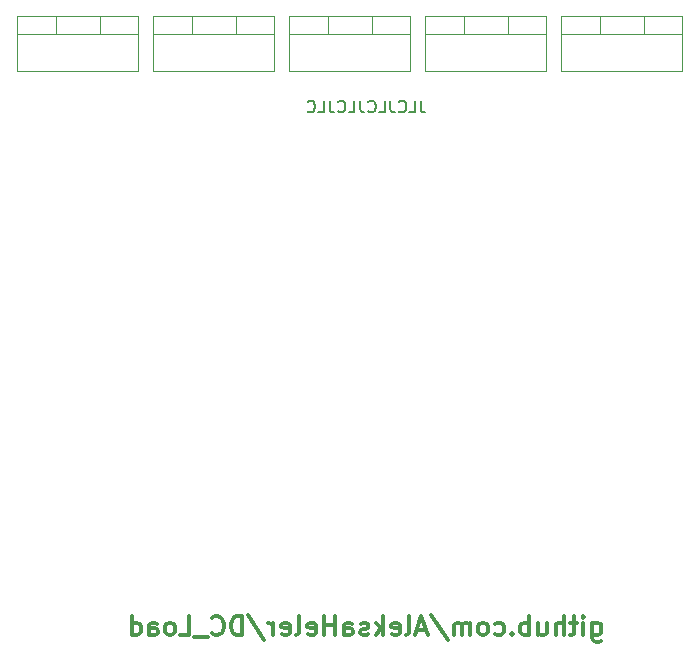
<source format=gbr>
%TF.GenerationSoftware,KiCad,Pcbnew,9.0.1*%
%TF.CreationDate,2025-04-25T18:02:47+02:00*%
%TF.ProjectId,CC_Load,43435f4c-6f61-4642-9e6b-696361645f70,rev?*%
%TF.SameCoordinates,Original*%
%TF.FileFunction,Legend,Bot*%
%TF.FilePolarity,Positive*%
%FSLAX46Y46*%
G04 Gerber Fmt 4.6, Leading zero omitted, Abs format (unit mm)*
G04 Created by KiCad (PCBNEW 9.0.1) date 2025-04-25 18:02:47*
%MOMM*%
%LPD*%
G01*
G04 APERTURE LIST*
%ADD10C,0.300000*%
%ADD11C,0.150000*%
%ADD12C,0.120000*%
%ADD13R,2.000000X1.905000*%
%ADD14O,2.000000X1.905000*%
%ADD15R,1.500000X1.500000*%
%ADD16C,6.400000*%
%ADD17R,1.700000X1.700000*%
%ADD18C,1.700000*%
%ADD19C,0.650000*%
%ADD20O,2.100000X1.000000*%
%ADD21O,1.800000X1.000000*%
%ADD22C,2.400000*%
%ADD23O,2.400000X2.400000*%
%ADD24C,2.000000*%
%ADD25R,1.905000X2.000000*%
%ADD26O,1.905000X2.000000*%
G04 APERTURE END LIST*
D10*
X154161904Y-111657923D02*
X154161904Y-112953161D01*
X154161904Y-112953161D02*
X154238094Y-113105542D01*
X154238094Y-113105542D02*
X154314285Y-113181733D01*
X154314285Y-113181733D02*
X154466666Y-113257923D01*
X154466666Y-113257923D02*
X154695237Y-113257923D01*
X154695237Y-113257923D02*
X154847618Y-113181733D01*
X154161904Y-112648400D02*
X154314285Y-112724590D01*
X154314285Y-112724590D02*
X154619047Y-112724590D01*
X154619047Y-112724590D02*
X154771428Y-112648400D01*
X154771428Y-112648400D02*
X154847618Y-112572209D01*
X154847618Y-112572209D02*
X154923809Y-112419828D01*
X154923809Y-112419828D02*
X154923809Y-111962685D01*
X154923809Y-111962685D02*
X154847618Y-111810304D01*
X154847618Y-111810304D02*
X154771428Y-111734114D01*
X154771428Y-111734114D02*
X154619047Y-111657923D01*
X154619047Y-111657923D02*
X154314285Y-111657923D01*
X154314285Y-111657923D02*
X154161904Y-111734114D01*
X153399999Y-112724590D02*
X153399999Y-111657923D01*
X153399999Y-111124590D02*
X153476190Y-111200780D01*
X153476190Y-111200780D02*
X153399999Y-111276971D01*
X153399999Y-111276971D02*
X153323809Y-111200780D01*
X153323809Y-111200780D02*
X153399999Y-111124590D01*
X153399999Y-111124590D02*
X153399999Y-111276971D01*
X152866666Y-111657923D02*
X152257142Y-111657923D01*
X152638094Y-111124590D02*
X152638094Y-112496019D01*
X152638094Y-112496019D02*
X152561904Y-112648400D01*
X152561904Y-112648400D02*
X152409523Y-112724590D01*
X152409523Y-112724590D02*
X152257142Y-112724590D01*
X151723808Y-112724590D02*
X151723808Y-111124590D01*
X151038094Y-112724590D02*
X151038094Y-111886495D01*
X151038094Y-111886495D02*
X151114284Y-111734114D01*
X151114284Y-111734114D02*
X151266665Y-111657923D01*
X151266665Y-111657923D02*
X151495237Y-111657923D01*
X151495237Y-111657923D02*
X151647618Y-111734114D01*
X151647618Y-111734114D02*
X151723808Y-111810304D01*
X149590475Y-111657923D02*
X149590475Y-112724590D01*
X150276189Y-111657923D02*
X150276189Y-112496019D01*
X150276189Y-112496019D02*
X150199999Y-112648400D01*
X150199999Y-112648400D02*
X150047618Y-112724590D01*
X150047618Y-112724590D02*
X149819046Y-112724590D01*
X149819046Y-112724590D02*
X149666665Y-112648400D01*
X149666665Y-112648400D02*
X149590475Y-112572209D01*
X148828570Y-112724590D02*
X148828570Y-111124590D01*
X148828570Y-111734114D02*
X148676189Y-111657923D01*
X148676189Y-111657923D02*
X148371427Y-111657923D01*
X148371427Y-111657923D02*
X148219046Y-111734114D01*
X148219046Y-111734114D02*
X148142856Y-111810304D01*
X148142856Y-111810304D02*
X148066665Y-111962685D01*
X148066665Y-111962685D02*
X148066665Y-112419828D01*
X148066665Y-112419828D02*
X148142856Y-112572209D01*
X148142856Y-112572209D02*
X148219046Y-112648400D01*
X148219046Y-112648400D02*
X148371427Y-112724590D01*
X148371427Y-112724590D02*
X148676189Y-112724590D01*
X148676189Y-112724590D02*
X148828570Y-112648400D01*
X147380951Y-112572209D02*
X147304761Y-112648400D01*
X147304761Y-112648400D02*
X147380951Y-112724590D01*
X147380951Y-112724590D02*
X147457142Y-112648400D01*
X147457142Y-112648400D02*
X147380951Y-112572209D01*
X147380951Y-112572209D02*
X147380951Y-112724590D01*
X145933332Y-112648400D02*
X146085713Y-112724590D01*
X146085713Y-112724590D02*
X146390475Y-112724590D01*
X146390475Y-112724590D02*
X146542856Y-112648400D01*
X146542856Y-112648400D02*
X146619046Y-112572209D01*
X146619046Y-112572209D02*
X146695237Y-112419828D01*
X146695237Y-112419828D02*
X146695237Y-111962685D01*
X146695237Y-111962685D02*
X146619046Y-111810304D01*
X146619046Y-111810304D02*
X146542856Y-111734114D01*
X146542856Y-111734114D02*
X146390475Y-111657923D01*
X146390475Y-111657923D02*
X146085713Y-111657923D01*
X146085713Y-111657923D02*
X145933332Y-111734114D01*
X145019046Y-112724590D02*
X145171427Y-112648400D01*
X145171427Y-112648400D02*
X145247617Y-112572209D01*
X145247617Y-112572209D02*
X145323808Y-112419828D01*
X145323808Y-112419828D02*
X145323808Y-111962685D01*
X145323808Y-111962685D02*
X145247617Y-111810304D01*
X145247617Y-111810304D02*
X145171427Y-111734114D01*
X145171427Y-111734114D02*
X145019046Y-111657923D01*
X145019046Y-111657923D02*
X144790474Y-111657923D01*
X144790474Y-111657923D02*
X144638093Y-111734114D01*
X144638093Y-111734114D02*
X144561903Y-111810304D01*
X144561903Y-111810304D02*
X144485712Y-111962685D01*
X144485712Y-111962685D02*
X144485712Y-112419828D01*
X144485712Y-112419828D02*
X144561903Y-112572209D01*
X144561903Y-112572209D02*
X144638093Y-112648400D01*
X144638093Y-112648400D02*
X144790474Y-112724590D01*
X144790474Y-112724590D02*
X145019046Y-112724590D01*
X143799998Y-112724590D02*
X143799998Y-111657923D01*
X143799998Y-111810304D02*
X143723808Y-111734114D01*
X143723808Y-111734114D02*
X143571427Y-111657923D01*
X143571427Y-111657923D02*
X143342855Y-111657923D01*
X143342855Y-111657923D02*
X143190474Y-111734114D01*
X143190474Y-111734114D02*
X143114284Y-111886495D01*
X143114284Y-111886495D02*
X143114284Y-112724590D01*
X143114284Y-111886495D02*
X143038093Y-111734114D01*
X143038093Y-111734114D02*
X142885712Y-111657923D01*
X142885712Y-111657923D02*
X142657141Y-111657923D01*
X142657141Y-111657923D02*
X142504760Y-111734114D01*
X142504760Y-111734114D02*
X142428570Y-111886495D01*
X142428570Y-111886495D02*
X142428570Y-112724590D01*
X140523808Y-111048400D02*
X141895237Y-113105542D01*
X140066666Y-112267447D02*
X139304761Y-112267447D01*
X140219047Y-112724590D02*
X139685713Y-111124590D01*
X139685713Y-111124590D02*
X139152380Y-112724590D01*
X138390475Y-112724590D02*
X138542856Y-112648400D01*
X138542856Y-112648400D02*
X138619046Y-112496019D01*
X138619046Y-112496019D02*
X138619046Y-111124590D01*
X137171427Y-112648400D02*
X137323808Y-112724590D01*
X137323808Y-112724590D02*
X137628570Y-112724590D01*
X137628570Y-112724590D02*
X137780951Y-112648400D01*
X137780951Y-112648400D02*
X137857142Y-112496019D01*
X137857142Y-112496019D02*
X137857142Y-111886495D01*
X137857142Y-111886495D02*
X137780951Y-111734114D01*
X137780951Y-111734114D02*
X137628570Y-111657923D01*
X137628570Y-111657923D02*
X137323808Y-111657923D01*
X137323808Y-111657923D02*
X137171427Y-111734114D01*
X137171427Y-111734114D02*
X137095237Y-111886495D01*
X137095237Y-111886495D02*
X137095237Y-112038876D01*
X137095237Y-112038876D02*
X137857142Y-112191257D01*
X136409522Y-112724590D02*
X136409522Y-111124590D01*
X136257141Y-112115066D02*
X135799998Y-112724590D01*
X135799998Y-111657923D02*
X136409522Y-112267447D01*
X135190475Y-112648400D02*
X135038094Y-112724590D01*
X135038094Y-112724590D02*
X134733332Y-112724590D01*
X134733332Y-112724590D02*
X134580951Y-112648400D01*
X134580951Y-112648400D02*
X134504760Y-112496019D01*
X134504760Y-112496019D02*
X134504760Y-112419828D01*
X134504760Y-112419828D02*
X134580951Y-112267447D01*
X134580951Y-112267447D02*
X134733332Y-112191257D01*
X134733332Y-112191257D02*
X134961903Y-112191257D01*
X134961903Y-112191257D02*
X135114284Y-112115066D01*
X135114284Y-112115066D02*
X135190475Y-111962685D01*
X135190475Y-111962685D02*
X135190475Y-111886495D01*
X135190475Y-111886495D02*
X135114284Y-111734114D01*
X135114284Y-111734114D02*
X134961903Y-111657923D01*
X134961903Y-111657923D02*
X134733332Y-111657923D01*
X134733332Y-111657923D02*
X134580951Y-111734114D01*
X133133332Y-112724590D02*
X133133332Y-111886495D01*
X133133332Y-111886495D02*
X133209522Y-111734114D01*
X133209522Y-111734114D02*
X133361903Y-111657923D01*
X133361903Y-111657923D02*
X133666665Y-111657923D01*
X133666665Y-111657923D02*
X133819046Y-111734114D01*
X133133332Y-112648400D02*
X133285713Y-112724590D01*
X133285713Y-112724590D02*
X133666665Y-112724590D01*
X133666665Y-112724590D02*
X133819046Y-112648400D01*
X133819046Y-112648400D02*
X133895237Y-112496019D01*
X133895237Y-112496019D02*
X133895237Y-112343638D01*
X133895237Y-112343638D02*
X133819046Y-112191257D01*
X133819046Y-112191257D02*
X133666665Y-112115066D01*
X133666665Y-112115066D02*
X133285713Y-112115066D01*
X133285713Y-112115066D02*
X133133332Y-112038876D01*
X132371427Y-112724590D02*
X132371427Y-111124590D01*
X132371427Y-111886495D02*
X131457141Y-111886495D01*
X131457141Y-112724590D02*
X131457141Y-111124590D01*
X130085713Y-112648400D02*
X130238094Y-112724590D01*
X130238094Y-112724590D02*
X130542856Y-112724590D01*
X130542856Y-112724590D02*
X130695237Y-112648400D01*
X130695237Y-112648400D02*
X130771428Y-112496019D01*
X130771428Y-112496019D02*
X130771428Y-111886495D01*
X130771428Y-111886495D02*
X130695237Y-111734114D01*
X130695237Y-111734114D02*
X130542856Y-111657923D01*
X130542856Y-111657923D02*
X130238094Y-111657923D01*
X130238094Y-111657923D02*
X130085713Y-111734114D01*
X130085713Y-111734114D02*
X130009523Y-111886495D01*
X130009523Y-111886495D02*
X130009523Y-112038876D01*
X130009523Y-112038876D02*
X130771428Y-112191257D01*
X129095237Y-112724590D02*
X129247618Y-112648400D01*
X129247618Y-112648400D02*
X129323808Y-112496019D01*
X129323808Y-112496019D02*
X129323808Y-111124590D01*
X127876189Y-112648400D02*
X128028570Y-112724590D01*
X128028570Y-112724590D02*
X128333332Y-112724590D01*
X128333332Y-112724590D02*
X128485713Y-112648400D01*
X128485713Y-112648400D02*
X128561904Y-112496019D01*
X128561904Y-112496019D02*
X128561904Y-111886495D01*
X128561904Y-111886495D02*
X128485713Y-111734114D01*
X128485713Y-111734114D02*
X128333332Y-111657923D01*
X128333332Y-111657923D02*
X128028570Y-111657923D01*
X128028570Y-111657923D02*
X127876189Y-111734114D01*
X127876189Y-111734114D02*
X127799999Y-111886495D01*
X127799999Y-111886495D02*
X127799999Y-112038876D01*
X127799999Y-112038876D02*
X128561904Y-112191257D01*
X127114284Y-112724590D02*
X127114284Y-111657923D01*
X127114284Y-111962685D02*
X127038094Y-111810304D01*
X127038094Y-111810304D02*
X126961903Y-111734114D01*
X126961903Y-111734114D02*
X126809522Y-111657923D01*
X126809522Y-111657923D02*
X126657141Y-111657923D01*
X124980951Y-111048400D02*
X126352380Y-113105542D01*
X124447618Y-112724590D02*
X124447618Y-111124590D01*
X124447618Y-111124590D02*
X124066666Y-111124590D01*
X124066666Y-111124590D02*
X123838094Y-111200780D01*
X123838094Y-111200780D02*
X123685713Y-111353161D01*
X123685713Y-111353161D02*
X123609523Y-111505542D01*
X123609523Y-111505542D02*
X123533332Y-111810304D01*
X123533332Y-111810304D02*
X123533332Y-112038876D01*
X123533332Y-112038876D02*
X123609523Y-112343638D01*
X123609523Y-112343638D02*
X123685713Y-112496019D01*
X123685713Y-112496019D02*
X123838094Y-112648400D01*
X123838094Y-112648400D02*
X124066666Y-112724590D01*
X124066666Y-112724590D02*
X124447618Y-112724590D01*
X121933332Y-112572209D02*
X122009523Y-112648400D01*
X122009523Y-112648400D02*
X122238094Y-112724590D01*
X122238094Y-112724590D02*
X122390475Y-112724590D01*
X122390475Y-112724590D02*
X122619047Y-112648400D01*
X122619047Y-112648400D02*
X122771428Y-112496019D01*
X122771428Y-112496019D02*
X122847618Y-112343638D01*
X122847618Y-112343638D02*
X122923809Y-112038876D01*
X122923809Y-112038876D02*
X122923809Y-111810304D01*
X122923809Y-111810304D02*
X122847618Y-111505542D01*
X122847618Y-111505542D02*
X122771428Y-111353161D01*
X122771428Y-111353161D02*
X122619047Y-111200780D01*
X122619047Y-111200780D02*
X122390475Y-111124590D01*
X122390475Y-111124590D02*
X122238094Y-111124590D01*
X122238094Y-111124590D02*
X122009523Y-111200780D01*
X122009523Y-111200780D02*
X121933332Y-111276971D01*
X121628571Y-112876971D02*
X120409523Y-112876971D01*
X119266665Y-112724590D02*
X120028570Y-112724590D01*
X120028570Y-112724590D02*
X120028570Y-111124590D01*
X118504761Y-112724590D02*
X118657142Y-112648400D01*
X118657142Y-112648400D02*
X118733332Y-112572209D01*
X118733332Y-112572209D02*
X118809523Y-112419828D01*
X118809523Y-112419828D02*
X118809523Y-111962685D01*
X118809523Y-111962685D02*
X118733332Y-111810304D01*
X118733332Y-111810304D02*
X118657142Y-111734114D01*
X118657142Y-111734114D02*
X118504761Y-111657923D01*
X118504761Y-111657923D02*
X118276189Y-111657923D01*
X118276189Y-111657923D02*
X118123808Y-111734114D01*
X118123808Y-111734114D02*
X118047618Y-111810304D01*
X118047618Y-111810304D02*
X117971427Y-111962685D01*
X117971427Y-111962685D02*
X117971427Y-112419828D01*
X117971427Y-112419828D02*
X118047618Y-112572209D01*
X118047618Y-112572209D02*
X118123808Y-112648400D01*
X118123808Y-112648400D02*
X118276189Y-112724590D01*
X118276189Y-112724590D02*
X118504761Y-112724590D01*
X116599999Y-112724590D02*
X116599999Y-111886495D01*
X116599999Y-111886495D02*
X116676189Y-111734114D01*
X116676189Y-111734114D02*
X116828570Y-111657923D01*
X116828570Y-111657923D02*
X117133332Y-111657923D01*
X117133332Y-111657923D02*
X117285713Y-111734114D01*
X116599999Y-112648400D02*
X116752380Y-112724590D01*
X116752380Y-112724590D02*
X117133332Y-112724590D01*
X117133332Y-112724590D02*
X117285713Y-112648400D01*
X117285713Y-112648400D02*
X117361904Y-112496019D01*
X117361904Y-112496019D02*
X117361904Y-112343638D01*
X117361904Y-112343638D02*
X117285713Y-112191257D01*
X117285713Y-112191257D02*
X117133332Y-112115066D01*
X117133332Y-112115066D02*
X116752380Y-112115066D01*
X116752380Y-112115066D02*
X116599999Y-112038876D01*
X115152380Y-112724590D02*
X115152380Y-111124590D01*
X115152380Y-112648400D02*
X115304761Y-112724590D01*
X115304761Y-112724590D02*
X115609523Y-112724590D01*
X115609523Y-112724590D02*
X115761904Y-112648400D01*
X115761904Y-112648400D02*
X115838094Y-112572209D01*
X115838094Y-112572209D02*
X115914285Y-112419828D01*
X115914285Y-112419828D02*
X115914285Y-111962685D01*
X115914285Y-111962685D02*
X115838094Y-111810304D01*
X115838094Y-111810304D02*
X115761904Y-111734114D01*
X115761904Y-111734114D02*
X115609523Y-111657923D01*
X115609523Y-111657923D02*
X115304761Y-111657923D01*
X115304761Y-111657923D02*
X115152380Y-111734114D01*
D11*
X139619048Y-67454819D02*
X139619048Y-68169104D01*
X139619048Y-68169104D02*
X139666667Y-68311961D01*
X139666667Y-68311961D02*
X139761905Y-68407200D01*
X139761905Y-68407200D02*
X139904762Y-68454819D01*
X139904762Y-68454819D02*
X140000000Y-68454819D01*
X138666667Y-68454819D02*
X139142857Y-68454819D01*
X139142857Y-68454819D02*
X139142857Y-67454819D01*
X137761905Y-68359580D02*
X137809524Y-68407200D01*
X137809524Y-68407200D02*
X137952381Y-68454819D01*
X137952381Y-68454819D02*
X138047619Y-68454819D01*
X138047619Y-68454819D02*
X138190476Y-68407200D01*
X138190476Y-68407200D02*
X138285714Y-68311961D01*
X138285714Y-68311961D02*
X138333333Y-68216723D01*
X138333333Y-68216723D02*
X138380952Y-68026247D01*
X138380952Y-68026247D02*
X138380952Y-67883390D01*
X138380952Y-67883390D02*
X138333333Y-67692914D01*
X138333333Y-67692914D02*
X138285714Y-67597676D01*
X138285714Y-67597676D02*
X138190476Y-67502438D01*
X138190476Y-67502438D02*
X138047619Y-67454819D01*
X138047619Y-67454819D02*
X137952381Y-67454819D01*
X137952381Y-67454819D02*
X137809524Y-67502438D01*
X137809524Y-67502438D02*
X137761905Y-67550057D01*
X137047619Y-67454819D02*
X137047619Y-68169104D01*
X137047619Y-68169104D02*
X137095238Y-68311961D01*
X137095238Y-68311961D02*
X137190476Y-68407200D01*
X137190476Y-68407200D02*
X137333333Y-68454819D01*
X137333333Y-68454819D02*
X137428571Y-68454819D01*
X136095238Y-68454819D02*
X136571428Y-68454819D01*
X136571428Y-68454819D02*
X136571428Y-67454819D01*
X135190476Y-68359580D02*
X135238095Y-68407200D01*
X135238095Y-68407200D02*
X135380952Y-68454819D01*
X135380952Y-68454819D02*
X135476190Y-68454819D01*
X135476190Y-68454819D02*
X135619047Y-68407200D01*
X135619047Y-68407200D02*
X135714285Y-68311961D01*
X135714285Y-68311961D02*
X135761904Y-68216723D01*
X135761904Y-68216723D02*
X135809523Y-68026247D01*
X135809523Y-68026247D02*
X135809523Y-67883390D01*
X135809523Y-67883390D02*
X135761904Y-67692914D01*
X135761904Y-67692914D02*
X135714285Y-67597676D01*
X135714285Y-67597676D02*
X135619047Y-67502438D01*
X135619047Y-67502438D02*
X135476190Y-67454819D01*
X135476190Y-67454819D02*
X135380952Y-67454819D01*
X135380952Y-67454819D02*
X135238095Y-67502438D01*
X135238095Y-67502438D02*
X135190476Y-67550057D01*
X134476190Y-67454819D02*
X134476190Y-68169104D01*
X134476190Y-68169104D02*
X134523809Y-68311961D01*
X134523809Y-68311961D02*
X134619047Y-68407200D01*
X134619047Y-68407200D02*
X134761904Y-68454819D01*
X134761904Y-68454819D02*
X134857142Y-68454819D01*
X133523809Y-68454819D02*
X133999999Y-68454819D01*
X133999999Y-68454819D02*
X133999999Y-67454819D01*
X132619047Y-68359580D02*
X132666666Y-68407200D01*
X132666666Y-68407200D02*
X132809523Y-68454819D01*
X132809523Y-68454819D02*
X132904761Y-68454819D01*
X132904761Y-68454819D02*
X133047618Y-68407200D01*
X133047618Y-68407200D02*
X133142856Y-68311961D01*
X133142856Y-68311961D02*
X133190475Y-68216723D01*
X133190475Y-68216723D02*
X133238094Y-68026247D01*
X133238094Y-68026247D02*
X133238094Y-67883390D01*
X133238094Y-67883390D02*
X133190475Y-67692914D01*
X133190475Y-67692914D02*
X133142856Y-67597676D01*
X133142856Y-67597676D02*
X133047618Y-67502438D01*
X133047618Y-67502438D02*
X132904761Y-67454819D01*
X132904761Y-67454819D02*
X132809523Y-67454819D01*
X132809523Y-67454819D02*
X132666666Y-67502438D01*
X132666666Y-67502438D02*
X132619047Y-67550057D01*
X131904761Y-67454819D02*
X131904761Y-68169104D01*
X131904761Y-68169104D02*
X131952380Y-68311961D01*
X131952380Y-68311961D02*
X132047618Y-68407200D01*
X132047618Y-68407200D02*
X132190475Y-68454819D01*
X132190475Y-68454819D02*
X132285713Y-68454819D01*
X130952380Y-68454819D02*
X131428570Y-68454819D01*
X131428570Y-68454819D02*
X131428570Y-67454819D01*
X130047618Y-68359580D02*
X130095237Y-68407200D01*
X130095237Y-68407200D02*
X130238094Y-68454819D01*
X130238094Y-68454819D02*
X130333332Y-68454819D01*
X130333332Y-68454819D02*
X130476189Y-68407200D01*
X130476189Y-68407200D02*
X130571427Y-68311961D01*
X130571427Y-68311961D02*
X130619046Y-68216723D01*
X130619046Y-68216723D02*
X130666665Y-68026247D01*
X130666665Y-68026247D02*
X130666665Y-67883390D01*
X130666665Y-67883390D02*
X130619046Y-67692914D01*
X130619046Y-67692914D02*
X130571427Y-67597676D01*
X130571427Y-67597676D02*
X130476189Y-67502438D01*
X130476189Y-67502438D02*
X130333332Y-67454819D01*
X130333332Y-67454819D02*
X130238094Y-67454819D01*
X130238094Y-67454819D02*
X130095237Y-67502438D01*
X130095237Y-67502438D02*
X130047618Y-67550057D01*
D12*
%TO.C,Q5*%
X140015000Y-60275000D02*
X140015000Y-64916000D01*
X143284000Y-60275000D02*
X143284000Y-61785000D01*
X146985000Y-60275000D02*
X146985000Y-61785000D01*
X150255000Y-60275000D02*
X140015000Y-60275000D01*
X150255000Y-60275000D02*
X150255000Y-64916000D01*
X150255000Y-61785000D02*
X140015000Y-61785000D01*
X150255000Y-64916000D02*
X140015000Y-64916000D01*
%TO.C,Q6*%
X151530000Y-60275000D02*
X151530000Y-64916000D01*
X154799000Y-60275000D02*
X154799000Y-61785000D01*
X158500000Y-60275000D02*
X158500000Y-61785000D01*
X161770000Y-60275000D02*
X151530000Y-60275000D01*
X161770000Y-60275000D02*
X161770000Y-64916000D01*
X161770000Y-61785000D02*
X151530000Y-61785000D01*
X161770000Y-64916000D02*
X151530000Y-64916000D01*
%TO.C,Q2*%
X105470000Y-60275000D02*
X105470000Y-64916000D01*
X108739000Y-60275000D02*
X108739000Y-61785000D01*
X112440000Y-60275000D02*
X112440000Y-61785000D01*
X115710000Y-60275000D02*
X105470000Y-60275000D01*
X115710000Y-60275000D02*
X115710000Y-64916000D01*
X115710000Y-61785000D02*
X105470000Y-61785000D01*
X115710000Y-64916000D02*
X105470000Y-64916000D01*
%TO.C,Q4*%
X128500000Y-60275000D02*
X128500000Y-64916000D01*
X131769000Y-60275000D02*
X131769000Y-61785000D01*
X135470000Y-60275000D02*
X135470000Y-61785000D01*
X138740000Y-60275000D02*
X128500000Y-60275000D01*
X138740000Y-60275000D02*
X138740000Y-64916000D01*
X138740000Y-61785000D02*
X128500000Y-61785000D01*
X138740000Y-64916000D02*
X128500000Y-64916000D01*
%TO.C,Q3*%
X116985000Y-60275000D02*
X116985000Y-64916000D01*
X120254000Y-60275000D02*
X120254000Y-61785000D01*
X123955000Y-60275000D02*
X123955000Y-61785000D01*
X127225000Y-60275000D02*
X116985000Y-60275000D01*
X127225000Y-60275000D02*
X127225000Y-64916000D01*
X127225000Y-61785000D02*
X116985000Y-61785000D01*
X127225000Y-64916000D02*
X116985000Y-64916000D01*
%TD*%
%LPC*%
D13*
%TO.C,U1*%
X93400000Y-78030000D03*
D14*
X93400000Y-75490000D03*
X93400000Y-72950000D03*
%TD*%
D15*
%TO.C,TP3*%
X153797000Y-96774000D03*
%TD*%
D16*
%TO.C,H4*%
X175000000Y-115000000D03*
%TD*%
D17*
%TO.C,J7*%
X165710000Y-63500000D03*
D18*
X168250000Y-63500000D03*
%TD*%
D16*
%TO.C,H3*%
X95000000Y-115000000D03*
%TD*%
D17*
%TO.C,J2*%
X105460000Y-117000000D03*
D18*
X108000000Y-117000000D03*
%TD*%
D17*
%TO.C,J4*%
X141580000Y-117000000D03*
D18*
X144120000Y-117000000D03*
%TD*%
D17*
%TO.C,J14*%
X168800000Y-99275000D03*
D18*
X168800000Y-96735000D03*
%TD*%
D17*
%TO.C,J11*%
X159920000Y-109500000D03*
D18*
X162460000Y-109500000D03*
X165000000Y-109500000D03*
X167540000Y-109500000D03*
%TD*%
D17*
%TO.C,J13*%
X157110000Y-117050000D03*
D18*
X159650000Y-117050000D03*
X162190000Y-117050000D03*
X164730000Y-117050000D03*
%TD*%
D17*
%TO.C,J10*%
X149595000Y-117000000D03*
D18*
X152135000Y-117000000D03*
%TD*%
D16*
%TO.C,H1*%
X95000000Y-65000000D03*
%TD*%
D15*
%TO.C,TP4*%
X148717000Y-96774000D03*
%TD*%
D19*
%TO.C,J5*%
X96605000Y-97110000D03*
X96605000Y-102890000D03*
D20*
X97125000Y-95680000D03*
D21*
X92925000Y-95680000D03*
D20*
X97125000Y-104320000D03*
D21*
X92925000Y-104320000D03*
%TD*%
D17*
%TO.C,J1*%
X165510000Y-87210000D03*
%TD*%
D22*
%TO.C,R37*%
X146780000Y-77000000D03*
D23*
X174720000Y-77000000D03*
%TD*%
D16*
%TO.C,H2*%
X175000000Y-65000000D03*
%TD*%
D17*
%TO.C,J3*%
X93500000Y-85225000D03*
D18*
X93500000Y-87765000D03*
%TD*%
D15*
%TO.C,TP1*%
X158950000Y-96700000D03*
%TD*%
D17*
%TO.C,J6*%
X176600000Y-88400000D03*
D18*
X176600000Y-85860000D03*
%TD*%
D17*
%TO.C,J9*%
X128320000Y-117000000D03*
D18*
X130860000Y-117000000D03*
X133400000Y-117000000D03*
X135940000Y-117000000D03*
%TD*%
D17*
%TO.C,J12*%
X176600000Y-106400000D03*
D18*
X176600000Y-103860000D03*
X176600000Y-101320000D03*
X176600000Y-98780000D03*
X176600000Y-96240000D03*
X176600000Y-93700000D03*
%TD*%
D15*
%TO.C,TP2*%
X164030000Y-96700000D03*
%TD*%
D24*
%TO.C,SW1*%
X101100000Y-107350000D03*
X107600000Y-107350000D03*
X101100000Y-111850000D03*
X107600000Y-111850000D03*
%TD*%
D17*
%TO.C,J8*%
X115290000Y-117000000D03*
D18*
X117830000Y-117000000D03*
X120370000Y-117000000D03*
X122910000Y-117000000D03*
%TD*%
D25*
%TO.C,Q5*%
X147675000Y-63545000D03*
D26*
X145135000Y-63545000D03*
X142595000Y-63545000D03*
%TD*%
D25*
%TO.C,Q6*%
X159190000Y-63545000D03*
D26*
X156650000Y-63545000D03*
X154110000Y-63545000D03*
%TD*%
D25*
%TO.C,Q2*%
X113130000Y-63545000D03*
D26*
X110590000Y-63545000D03*
X108050000Y-63545000D03*
%TD*%
D25*
%TO.C,Q4*%
X136160000Y-63545000D03*
D26*
X133620000Y-63545000D03*
X131080000Y-63545000D03*
%TD*%
D25*
%TO.C,Q3*%
X124645000Y-63545000D03*
D26*
X122105000Y-63545000D03*
X119565000Y-63545000D03*
%TD*%
%LPD*%
M02*

</source>
